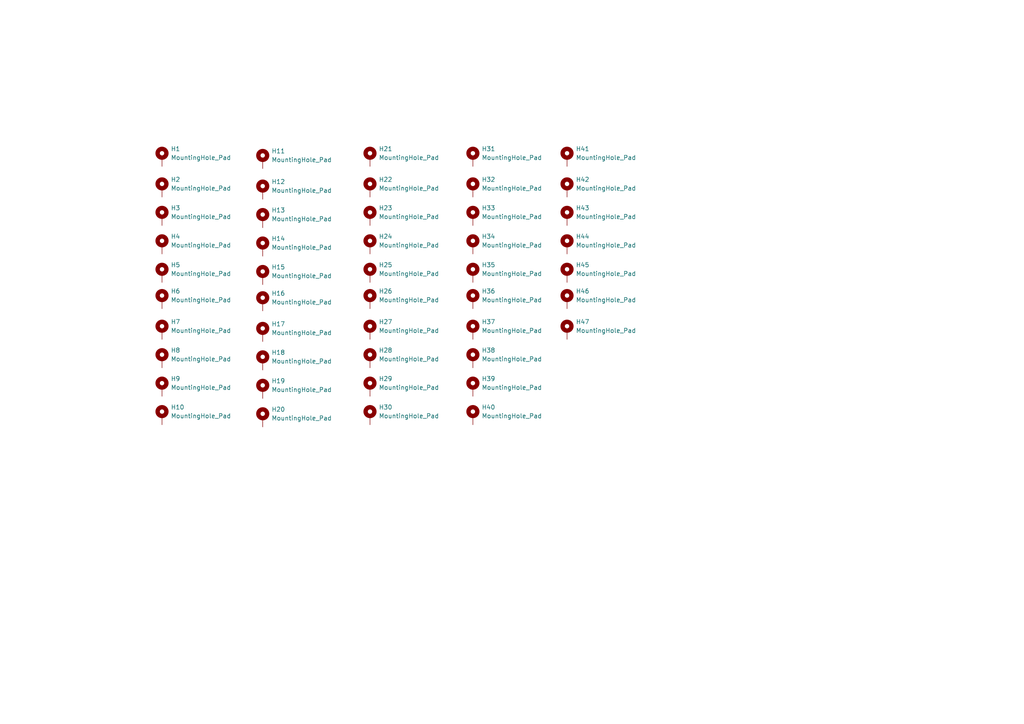
<source format=kicad_sch>
(kicad_sch (version 20211123) (generator eeschema)
  (paper "A4")
  (lib_symbols
    (symbol "Mechanical:MountingHole_Pad" (pin_numbers hide) (pin_names (offset 1.016) hide)
      (property "Reference" "H" (at 0 6.35 0))
      (property "Value" "MountingHole_Pad" (at 0 4.445 0))
      (symbol "MountingHole_Pad_0_1"
        (circle (center 0 1.27) (radius 1.27) (stroke (width 1.27)))
      )
      (symbol "MountingHole_Pad_1_1"
        (pin input line (at 0 -2.54 90) (length 2.54) (name "1") (number "1"))
      )
    )
  )
  (symbol (lib_id "Mechanical:MountingHole_Pad") (at 137.16 45.72 0) (unit 1)
    (property "Reference" "H31" (at 139.7 43.1799 0) (effects (justify left)))
    (property "Value" "MountingHole_Pad" (at 139.7 45.7199 0) (effects (justify left)))
    (property "Footprint" "MyFootprints:KS-075-47-G-10_KS-07547G10_MOUNT" (effects hide))
  )
  (symbol (lib_id "Mechanical:MountingHole_Pad") (at 164.465 54.61 0) (unit 1)
    (property "Reference" "H42" (at 167.005 52.0699 0) (effects (justify left)))
    (property "Value" "MountingHole_Pad" (at 167.005 54.6099 0) (effects (justify left)))
    (property "Footprint" "MyFootprints:KS-075-47-G-10_KS-07547G10_MOUNT" (effects hide))
  )
  (symbol (lib_id "Mechanical:MountingHole_Pad") (at 76.2 55.245 0) (unit 1)
    (property "Reference" "H12" (at 78.74 52.7049 0) (effects (justify left)))
    (property "Value" "MountingHole_Pad" (at 78.74 55.2449 0) (effects (justify left)))
    (property "Footprint" "MyFootprints:KS-075-47-G-10_KS-07547G10_MOUNT" (effects hide))
  )
  (symbol (lib_id "Mechanical:MountingHole_Pad") (at 76.2 46.355 0) (unit 1)
    (property "Reference" "H11" (at 78.74 43.8149 0) (effects (justify left)))
    (property "Value" "MountingHole_Pad" (at 78.74 46.3549 0) (effects (justify left)))
    (property "Footprint" "MyFootprints:KS-075-47-G-10_KS-07547G10_MOUNT" (effects hide))
  )
  (symbol (lib_id "Mechanical:MountingHole_Pad") (at 46.99 71.12 0) (unit 1)
    (property "Reference" "H4" (at 49.53 68.5799 0) (effects (justify left)))
    (property "Value" "MountingHole_Pad" (at 49.53 71.1199 0) (effects (justify left)))
    (property "Footprint" "MyFootprints:KS-075-47-G-10_KS-07547G10_MOUNT" (effects hide))
  )
  (symbol (lib_id "Mechanical:MountingHole_Pad") (at 46.99 45.72 0) (unit 1)
    (property "Reference" "H1" (at 49.53 43.1799 0) (effects (justify left)))
    (property "Value" "MountingHole_Pad" (at 49.53 45.7199 0) (effects (justify left)))
    (property "Footprint" "MyFootprints:KS-075-47-G-10_KS-07547G10_MOUNT" (effects hide))
  )
  (symbol (lib_id "Mechanical:MountingHole_Pad") (at 164.465 45.72 0) (unit 1)
    (property "Reference" "H41" (at 167.005 43.1799 0) (effects (justify left)))
    (property "Value" "MountingHole_Pad" (at 167.005 45.7199 0) (effects (justify left)))
    (property "Footprint" "MyFootprints:KS-075-47-G-10_KS-07547G10_MOUNT" (effects hide))
  )
  (symbol (lib_id "Mechanical:MountingHole_Pad") (at 164.465 79.375 0) (unit 1)
    (property "Reference" "H45" (at 167.005 76.8349 0) (effects (justify left)))
    (property "Value" "MountingHole_Pad" (at 167.005 79.3749 0) (effects (justify left)))
    (property "Footprint" "MyFootprints:KS-075-47-G-10_KS-07547G10_MOUNT" (effects hide))
  )
  (symbol (lib_id "Mechanical:MountingHole_Pad") (at 137.16 95.885 0) (unit 1)
    (property "Reference" "H37" (at 139.7 93.3449 0) (effects (justify left)))
    (property "Value" "MountingHole_Pad" (at 139.7 95.8849 0) (effects (justify left)))
    (property "Footprint" "MyFootprints:KS-075-47-G-10_KS-07547G10_MOUNT" (effects hide))
  )
  (symbol (lib_id "Mechanical:MountingHole_Pad") (at 46.99 95.885 0) (unit 1)
    (property "Reference" "H7" (at 49.53 93.3449 0) (effects (justify left)))
    (property "Value" "MountingHole_Pad" (at 49.53 95.8849 0) (effects (justify left)))
    (property "Footprint" "MyFootprints:KS-075-47-G-10_KS-07547G10_MOUNT" (effects hide))
  )
  (symbol (lib_id "Mechanical:MountingHole_Pad") (at 76.2 104.775 0) (unit 1)
    (property "Reference" "H18" (at 78.74 102.2349 0) (effects (justify left)))
    (property "Value" "MountingHole_Pad" (at 78.74 104.7749 0) (effects (justify left)))
    (property "Footprint" "MyFootprints:KS-075-47-G-10_KS-07547G10_MOUNT" (effects hide))
  )
  (symbol (lib_id "Mechanical:MountingHole_Pad") (at 46.99 54.61 0) (unit 1)
    (property "Reference" "H2" (at 49.53 52.0699 0) (effects (justify left)))
    (property "Value" "MountingHole_Pad" (at 49.53 54.6099 0) (effects (justify left)))
    (property "Footprint" "MyFootprints:KS-075-47-G-10_KS-07547G10_MOUNT" (effects hide))
  )
  (symbol (lib_id "Mechanical:MountingHole_Pad") (at 107.315 54.61 0) (unit 1)
    (property "Reference" "H22" (at 109.855 52.0699 0) (effects (justify left)))
    (property "Value" "MountingHole_Pad" (at 109.855 54.6099 0) (effects (justify left)))
    (property "Footprint" "MyFootprints:KS-075-47-G-10_KS-07547G10_MOUNT" (effects hide))
  )
  (symbol (lib_id "Mechanical:MountingHole_Pad") (at 107.315 71.12 0) (unit 1)
    (property "Reference" "H24" (at 109.855 68.5799 0) (effects (justify left)))
    (property "Value" "MountingHole_Pad" (at 109.855 71.1199 0) (effects (justify left)))
    (property "Footprint" "MyFootprints:KS-075-47-G-10_KS-07547G10_MOUNT" (effects hide))
  )
  (symbol (lib_id "Mechanical:MountingHole_Pad") (at 107.315 62.865 0) (unit 1)
    (property "Reference" "H23" (at 109.855 60.3249 0) (effects (justify left)))
    (property "Value" "MountingHole_Pad" (at 109.855 62.8649 0) (effects (justify left)))
    (property "Footprint" "MyFootprints:KS-075-47-G-10_KS-07547G10_MOUNT" (effects hide))
  )
  (symbol (lib_id "Mechanical:MountingHole_Pad") (at 107.315 95.885 0) (unit 1)
    (property "Reference" "H27" (at 109.855 93.3449 0) (effects (justify left)))
    (property "Value" "MountingHole_Pad" (at 109.855 95.8849 0) (effects (justify left)))
    (property "Footprint" "MyFootprints:KS-075-47-G-10_KS-07547G10_MOUNT" (effects hide))
  )
  (symbol (lib_id "Mechanical:MountingHole_Pad") (at 137.16 79.375 0) (unit 1)
    (property "Reference" "H35" (at 139.7 76.8349 0) (effects (justify left)))
    (property "Value" "MountingHole_Pad" (at 139.7 79.3749 0) (effects (justify left)))
    (property "Footprint" "MyFootprints:KS-075-47-G-10_KS-07547G10_MOUNT" (effects hide))
  )
  (symbol (lib_id "Mechanical:MountingHole_Pad") (at 137.16 86.995 0) (unit 1)
    (property "Reference" "H36" (at 139.7 84.4549 0) (effects (justify left)))
    (property "Value" "MountingHole_Pad" (at 139.7 86.9949 0) (effects (justify left)))
    (property "Footprint" "MyFootprints:KS-075-47-G-10_KS-07547G10_MOUNT" (effects hide))
  )
  (symbol (lib_id "Mechanical:MountingHole_Pad") (at 76.2 87.63 0) (unit 1)
    (property "Reference" "H16" (at 78.74 85.0899 0) (effects (justify left)))
    (property "Value" "MountingHole_Pad" (at 78.74 87.6299 0) (effects (justify left)))
    (property "Footprint" "MyFootprints:KS-075-47-G-10_KS-07547G10_MOUNT" (effects hide))
  )
  (symbol (lib_id "Mechanical:MountingHole_Pad") (at 137.16 54.61 0) (unit 1)
    (property "Reference" "H32" (at 139.7 52.0699 0) (effects (justify left)))
    (property "Value" "MountingHole_Pad" (at 139.7 54.6099 0) (effects (justify left)))
    (property "Footprint" "MyFootprints:KS-075-47-G-10_KS-07547G10_MOUNT" (effects hide))
  )
  (symbol (lib_id "Mechanical:MountingHole_Pad") (at 76.2 113.03 0) (unit 1)
    (property "Reference" "H19" (at 78.74 110.4899 0) (effects (justify left)))
    (property "Value" "MountingHole_Pad" (at 78.74 113.0299 0) (effects (justify left)))
    (property "Footprint" "MyFootprints:KS-075-47-G-10_KS-07547G10_MOUNT" (effects hide))
  )
  (symbol (lib_id "Mechanical:MountingHole_Pad") (at 164.465 95.885 0) (unit 1)
    (property "Reference" "H47" (at 167.005 93.3449 0) (effects (justify left)))
    (property "Value" "MountingHole_Pad" (at 167.005 95.8849 0) (effects (justify left)))
    (property "Footprint" "MyFootprints:KS-075-47-G-10_KS-07547G10_MOUNT" (effects hide))
  )
  (symbol (lib_id "Mechanical:MountingHole_Pad") (at 107.315 112.395 0) (unit 1)
    (property "Reference" "H29" (at 109.855 109.8549 0) (effects (justify left)))
    (property "Value" "MountingHole_Pad" (at 109.855 112.3949 0) (effects (justify left)))
    (property "Footprint" "MyFootprints:KS-075-47-G-10_KS-07547G10_MOUNT" (effects hide))
  )
  (symbol (lib_id "Mechanical:MountingHole_Pad") (at 137.16 120.65 0) (unit 1)
    (property "Reference" "H40" (at 139.7 118.1099 0) (effects (justify left)))
    (property "Value" "MountingHole_Pad" (at 139.7 120.6499 0) (effects (justify left)))
    (property "Footprint" "MyFootprints:KS-075-47-G-10_KS-07547G10_MOUNT" (effects hide))
  )
  (symbol (lib_id "Mechanical:MountingHole_Pad") (at 46.99 120.65 0) (unit 1)
    (property "Reference" "H10" (at 49.53 118.1099 0) (effects (justify left)))
    (property "Value" "MountingHole_Pad" (at 49.53 120.6499 0) (effects (justify left)))
    (property "Footprint" "MyFootprints:KS-075-47-G-10_KS-07547G10_MOUNT" (effects hide))
  )
  (symbol (lib_id "Mechanical:MountingHole_Pad") (at 46.99 104.14 0) (unit 1)
    (property "Reference" "H8" (at 49.53 101.5999 0) (effects (justify left)))
    (property "Value" "MountingHole_Pad" (at 49.53 104.1399 0) (effects (justify left)))
    (property "Footprint" "MyFootprints:KS-075-47-G-10_KS-07547G10_MOUNT" (effects hide))
  )
  (symbol (lib_id "Mechanical:MountingHole_Pad") (at 46.99 79.375 0) (unit 1)
    (property "Reference" "H5" (at 49.53 76.8349 0) (effects (justify left)))
    (property "Value" "MountingHole_Pad" (at 49.53 79.3749 0) (effects (justify left)))
    (property "Footprint" "MyFootprints:KS-075-47-G-10_KS-07547G10_MOUNT" (effects hide))
  )
  (symbol (lib_id "Mechanical:MountingHole_Pad") (at 46.99 62.865 0) (unit 1)
    (property "Reference" "H3" (at 49.53 60.3249 0) (effects (justify left)))
    (property "Value" "MountingHole_Pad" (at 49.53 62.8649 0) (effects (justify left)))
    (property "Footprint" "MyFootprints:KS-075-47-G-10_KS-07547G10_MOUNT" (effects hide))
  )
  (symbol (lib_id "Mechanical:MountingHole_Pad") (at 164.465 62.865 0) (unit 1)
    (property "Reference" "H43" (at 167.005 60.3249 0) (effects (justify left)))
    (property "Value" "MountingHole_Pad" (at 167.005 62.8649 0) (effects (justify left)))
    (property "Footprint" "MyFootprints:KS-075-47-G-10_KS-07547G10_MOUNT" (effects hide))
  )
  (symbol (lib_id "Mechanical:MountingHole_Pad") (at 76.2 80.01 0) (unit 1)
    (property "Reference" "H15" (at 78.74 77.4699 0) (effects (justify left)))
    (property "Value" "MountingHole_Pad" (at 78.74 80.0099 0) (effects (justify left)))
    (property "Footprint" "MyFootprints:KS-075-47-G-10_KS-07547G10_MOUNT" (effects hide))
  )
  (symbol (lib_id "Mechanical:MountingHole_Pad") (at 137.16 112.395 0) (unit 1)
    (property "Reference" "H39" (at 139.7 109.8549 0) (effects (justify left)))
    (property "Value" "MountingHole_Pad" (at 139.7 112.3949 0) (effects (justify left)))
    (property "Footprint" "MyFootprints:KS-075-47-G-10_KS-07547G10_MOUNT" (effects hide))
  )
  (symbol (lib_id "Mechanical:MountingHole_Pad") (at 137.16 104.14 0) (unit 1)
    (property "Reference" "H38" (at 139.7 101.5999 0) (effects (justify left)))
    (property "Value" "MountingHole_Pad" (at 139.7 104.1399 0) (effects (justify left)))
    (property "Footprint" "MyFootprints:KS-075-47-G-10_KS-07547G10_MOUNT" (effects hide))
  )
  (symbol (lib_id "Mechanical:MountingHole_Pad") (at 46.99 112.395 0) (unit 1)
    (property "Reference" "H9" (at 49.53 109.8549 0) (effects (justify left)))
    (property "Value" "MountingHole_Pad" (at 49.53 112.3949 0) (effects (justify left)))
    (property "Footprint" "MyFootprints:KS-075-47-G-10_KS-07547G10_MOUNT" (effects hide))
  )
  (symbol (lib_id "Mechanical:MountingHole_Pad") (at 76.2 96.52 0) (unit 1)
    (property "Reference" "H17" (at 78.74 93.9799 0) (effects (justify left)))
    (property "Value" "MountingHole_Pad" (at 78.74 96.5199 0) (effects (justify left)))
    (property "Footprint" "MyFootprints:KS-075-47-G-10_KS-07547G10_MOUNT" (effects hide))
  )
  (symbol (lib_id "Mechanical:MountingHole_Pad") (at 164.465 71.12 0) (unit 1)
    (property "Reference" "H44" (at 167.005 68.5799 0) (effects (justify left)))
    (property "Value" "MountingHole_Pad" (at 167.005 71.1199 0) (effects (justify left)))
    (property "Footprint" "MyFootprints:KS-075-47-G-10_KS-07547G10_MOUNT" (effects hide))
  )
  (symbol (lib_id "Mechanical:MountingHole_Pad") (at 107.315 86.995 0) (unit 1)
    (property "Reference" "H26" (at 109.855 84.4549 0) (effects (justify left)))
    (property "Value" "MountingHole_Pad" (at 109.855 86.9949 0) (effects (justify left)))
    (property "Footprint" "MyFootprints:KS-075-47-G-10_KS-07547G10_MOUNT" (effects hide))
  )
  (symbol (lib_id "Mechanical:MountingHole_Pad") (at 107.315 45.72 0) (unit 1)
    (property "Reference" "H21" (at 109.855 43.1799 0) (effects (justify left)))
    (property "Value" "MountingHole_Pad" (at 109.855 45.7199 0) (effects (justify left)))
    (property "Footprint" "MyFootprints:KS-075-47-G-10_KS-07547G10_MOUNT" (effects hide))
  )
  (symbol (lib_id "Mechanical:MountingHole_Pad") (at 76.2 63.5 0) (unit 1)
    (property "Reference" "H13" (at 78.74 60.9599 0) (effects (justify left)))
    (property "Value" "MountingHole_Pad" (at 78.74 63.4999 0) (effects (justify left)))
    (property "Footprint" "MyFootprints:KS-075-47-G-10_KS-07547G10_MOUNT" (effects hide))
  )
  (symbol (lib_id "Mechanical:MountingHole_Pad") (at 137.16 71.12 0) (unit 1)
    (property "Reference" "H34" (at 139.7 68.5799 0) (effects (justify left)))
    (property "Value" "MountingHole_Pad" (at 139.7 71.1199 0) (effects (justify left)))
    (property "Footprint" "MyFootprints:KS-075-47-G-10_KS-07547G10_MOUNT" (effects hide))
  )
  (symbol (lib_id "Mechanical:MountingHole_Pad") (at 76.2 71.755 0) (unit 1)
    (property "Reference" "H14" (at 78.74 69.2149 0) (effects (justify left)))
    (property "Value" "MountingHole_Pad" (at 78.74 71.7549 0) (effects (justify left)))
    (property "Footprint" "MyFootprints:KS-075-47-G-10_KS-07547G10_MOUNT" (effects hide))
  )
  (symbol (lib_id "Mechanical:MountingHole_Pad") (at 137.16 62.865 0) (unit 1)
    (property "Reference" "H33" (at 139.7 60.3249 0) (effects (justify left)))
    (property "Value" "MountingHole_Pad" (at 139.7 62.8649 0) (effects (justify left)))
    (property "Footprint" "MyFootprints:KS-075-47-G-10_KS-07547G10_MOUNT" (effects hide))
  )
  (symbol (lib_id "Mechanical:MountingHole_Pad") (at 76.2 121.285 0) (unit 1)
    (property "Reference" "H20" (at 78.74 118.7449 0) (effects (justify left)))
    (property "Value" "MountingHole_Pad" (at 78.74 121.2849 0) (effects (justify left)))
    (property "Footprint" "MyFootprints:KS-075-47-G-10_KS-07547G10_MOUNT" (effects hide))
  )
  (symbol (lib_id "Mechanical:MountingHole_Pad") (at 107.315 79.375 0) (unit 1)
    (property "Reference" "H25" (at 109.855 76.8349 0) (effects (justify left)))
    (property "Value" "MountingHole_Pad" (at 109.855 79.3749 0) (effects (justify left)))
    (property "Footprint" "MyFootprints:KS-075-47-G-10_KS-07547G10_MOUNT" (effects hide))
  )
  (symbol (lib_id "Mechanical:MountingHole_Pad") (at 46.99 86.995 0) (unit 1)
    (property "Reference" "H6" (at 49.53 84.4549 0) (effects (justify left)))
    (property "Value" "MountingHole_Pad" (at 49.53 86.9949 0) (effects (justify left)))
    (property "Footprint" "MyFootprints:KS-075-47-G-10_KS-07547G10_MOUNT" (effects hide))
  )
  (symbol (lib_id "Mechanical:MountingHole_Pad") (at 107.315 104.14 0) (unit 1)
    (property "Reference" "H28" (at 109.855 101.5999 0) (effects (justify left)))
    (property "Value" "MountingHole_Pad" (at 109.855 104.1399 0) (effects (justify left)))
    (property "Footprint" "MyFootprints:KS-075-47-G-10_KS-07547G10_MOUNT" (effects hide))
  )
  (symbol (lib_id "Mechanical:MountingHole_Pad") (at 107.315 120.65 0) (unit 1)
    (property "Reference" "H30" (at 109.855 118.1099 0) (effects (justify left)))
    (property "Value" "MountingHole_Pad" (at 109.855 120.6499 0) (effects (justify left)))
    (property "Footprint" "MyFootprints:KS-075-47-G-10_KS-07547G10_MOUNT" (effects hide))
  )
  (symbol (lib_id "Mechanical:MountingHole_Pad") (at 164.465 86.995 0) (unit 1)
    (property "Reference" "H46" (at 167.005 84.4549 0) (effects (justify left)))
    (property "Value" "MountingHole_Pad" (at 167.005 86.9949 0) (effects (justify left)))
    (property "Footprint" "MyFootprints:KS-075-47-G-10_KS-07547G10_MOUNT" (effects hide))
  )
)
</source>
